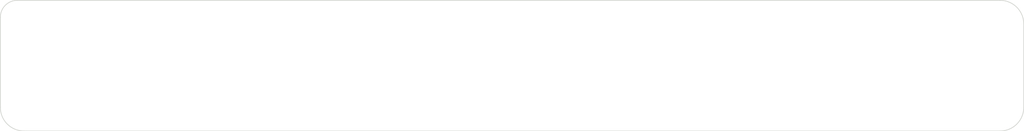
<source format=kicad_pcb>
(kicad_pcb (version 20221018) (generator pcbnew)
  (layers (0 "F.Cu" signal) (31 "B.Cu" signal) (34 "B.Paste" user) (35 "F.Paste" user) (36 "B.SilkS" user "B.Silkscreen") (37 "F.SilkS" user "F.Silkscreen") (38 "B.Mask" user) (39 "F.Mask" user) (44 "Edge.Cuts" user))
  (net 0 "")
  (footprint "MountingHole:MountingHole_2.2mm_M2" (layer "F.Cu") (at 106.2228 117.2972)
    (fp_text reference "H1" hide)
    (fp_text value "MountingHole_2.2mm_M2")
    (pad "" np_thru_hole circle (at 0 0) (size 2.2 2.2) (drill 2.2) (layers "F&B.Cu" "*.Mask"))
  )
  (footprint "MountingHole:MountingHole_2.2mm_M2" (layer "F.Cu") (at 127.2668 101.4222)
    (fp_text reference "H2" hide)
    (fp_text value "MountingHole_2.2mm_M2")
    (pad "" np_thru_hole circle (at 0 0) (size 2.2 2.2) (drill 2.2) (layers "F&B.Cu" "*.Mask"))
  )
  (footprint "MountingHole:MountingHole_2.2mm_M2" (layer "F.Cu") (at 209.4103 101.4222)
    (fp_text reference "H3" hide)
    (fp_text value "MountingHole_2.2mm_M2")
    (pad "" np_thru_hole circle (at 0 0) (size 2.2 2.2) (drill 2.2) (layers "F&B.Cu" "*.Mask"))
  )
  (footprint "MountingHole:MountingHole_2.2mm_M2" (layer "F.Cu") (at 230.4543 117.2972)
    (fp_text reference "H4" hide)
    (fp_text value "MountingHole_2.2mm_M2")
    (pad "" np_thru_hole circle (at 0 0) (size 2.2 2.2) (drill 2.2) (layers "F&B.Cu" "*.Mask"))
  )
  (gr_line (start 238.7855 124.28855) (end 32.2835 124.28855) (stroke (width 0.15)) (layer "Edge.Cuts"))
  (gr_arc (start 238.7855 96.65335) (mid 242.323703 98.118932) (end 243.7893 101.65715) (stroke (width 0.15)) (layer "Edge.Cuts"))
  (gr_arc (start 32.2835 124.28855) (mid 28.745279 122.822971) (end 27.2797 119.28475) (stroke (width 0.15)) (layer "Edge.Cuts"))
  (gr_line (start 30.8611 96.65335) (end 238.7855 96.65335) (stroke (width 0.15)) (layer "Edge.Cuts"))
  (gr_line (start 243.7893 101.65715) (end 243.7893 119.28475) (stroke (width 0.15)) (layer "Edge.Cuts"))
  (gr_arc (start 27.2797 100.23475) (mid 28.328668 97.702318) (end 30.8611 96.65335) (stroke (width 0.15)) (layer "Edge.Cuts"))
  (gr_arc (start 243.7893 119.28475) (mid 242.323721 122.822971) (end 238.7855 124.28855) (stroke (width 0.15)) (layer "Edge.Cuts"))
  (gr_line (start 27.2797 119.28475) (end 27.2797 100.23475) (stroke (width 0.15)) (layer "Edge.Cuts"))
)
</source>
